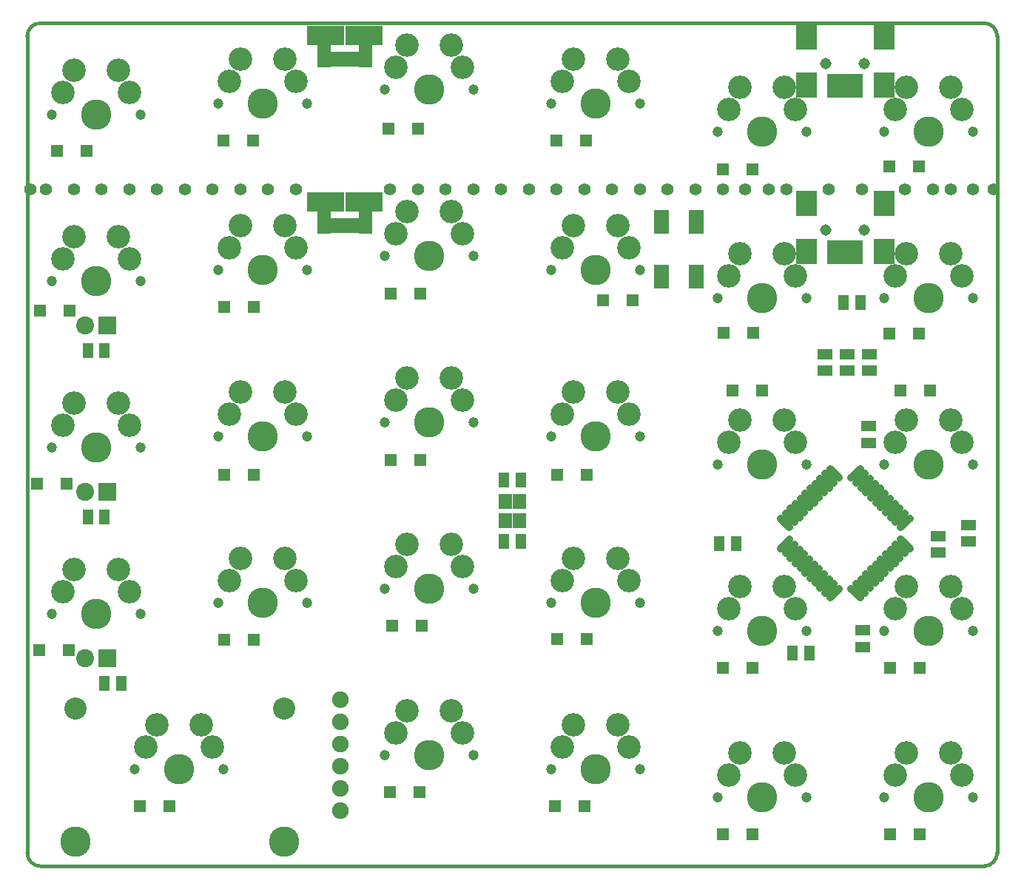
<source format=gbs>
G04 (created by PCBNEW (2013-02-13 BZR 3947)-testing) date 12/19/2013 8:38:14 AM*
%MOIN*%
G04 Gerber Fmt 3.4, Leading zero omitted, Abs format*
%FSLAX34Y34*%
G01*
G70*
G90*
G04 APERTURE LIST*
%ADD10C,0.006*%
%ADD11C,0.015*%
%ADD12C,0.081*%
%ADD13R,0.081X0.081*%
%ADD14C,0.1*%
%ADD15C,0.137*%
%ADD16C,0.032*%
%ADD17C,0.0750551*%
%ADD18R,0.0613X0.0711*%
%ADD19R,0.0711X0.1066*%
%ADD20R,0.071X0.051*%
%ADD21R,0.051X0.071*%
%ADD22C,0.106*%
%ADD23C,0.047*%
%ADD24C,0.0553701*%
%ADD25R,0.110488X0.0908031*%
%ADD26R,0.0632441X0.0986772*%
%ADD27R,0.0337165X0.0711181*%
%ADD28R,0.0632441X0.0908031*%
%ADD29R,0.0553701X0.0553701*%
%ADD30R,0.0947402X0.114425*%
%ADD31R,0.035685X0.106551*%
%ADD32C,0.0514331*%
G04 APERTURE END LIST*
G54D10*
G54D11*
X32900Y-58900D02*
X32900Y-22100D01*
X76000Y-59500D02*
X33500Y-59500D01*
X76600Y-22100D02*
X76600Y-58900D01*
X33500Y-21500D02*
X76000Y-21500D01*
X33500Y-21500D02*
G75*
G03X32900Y-22100I0J-600D01*
G74*
G01*
X76600Y-22100D02*
G75*
G03X76000Y-21500I-600J0D01*
G74*
G01*
X76000Y-59500D02*
G75*
G03X76600Y-58900I0J600D01*
G74*
G01*
X32900Y-58900D02*
G75*
G03X33500Y-59500I600J0D01*
G74*
G01*
G54D12*
X35500Y-50129D03*
G54D13*
X36500Y-50129D03*
G54D12*
X35500Y-42629D03*
G54D13*
X36500Y-42629D03*
G54D12*
X35500Y-35130D03*
G54D13*
X36500Y-35130D03*
G54D14*
X44459Y-52379D03*
X35059Y-52379D03*
G54D15*
X44459Y-58379D03*
X35059Y-58379D03*
G54D16*
X71133Y-45883D02*
X71548Y-46298D01*
X70910Y-46105D02*
X71326Y-46521D01*
X70687Y-46328D02*
X71103Y-46744D01*
X70464Y-46551D02*
X70880Y-46967D01*
X70242Y-46774D02*
X70657Y-47189D01*
X70019Y-46996D02*
X70435Y-47412D01*
X71355Y-45660D02*
X71771Y-46076D01*
X71578Y-45437D02*
X71994Y-45853D01*
X71801Y-45214D02*
X72217Y-45630D01*
X72024Y-44992D02*
X72439Y-45407D01*
X72246Y-44769D02*
X72662Y-45185D01*
X67951Y-42701D02*
X68366Y-43116D01*
X67728Y-42923D02*
X68144Y-43339D01*
X67505Y-43146D02*
X67921Y-43562D01*
X67282Y-43369D02*
X67698Y-43785D01*
X67060Y-43592D02*
X67475Y-44007D01*
X66837Y-43814D02*
X67253Y-44230D01*
X68173Y-42478D02*
X68589Y-42894D01*
X68396Y-42255D02*
X68812Y-42671D01*
X68619Y-42032D02*
X69035Y-42448D01*
X68842Y-41810D02*
X69257Y-42225D01*
X69064Y-41587D02*
X69480Y-42003D01*
X67951Y-46298D02*
X68366Y-45883D01*
X71133Y-43116D02*
X71548Y-42701D01*
X67728Y-46076D02*
X68144Y-45660D01*
X70910Y-42894D02*
X71326Y-42478D01*
X70687Y-42671D02*
X71103Y-42255D01*
X67505Y-45853D02*
X67921Y-45437D01*
X67282Y-45630D02*
X67698Y-45214D01*
X70464Y-42448D02*
X70880Y-42032D01*
X70242Y-42225D02*
X70657Y-41810D01*
X67060Y-45407D02*
X67475Y-44992D01*
X66837Y-45185D02*
X67253Y-44769D01*
X70019Y-42003D02*
X70435Y-41587D01*
X71355Y-43339D02*
X71771Y-42923D01*
X68173Y-46521D02*
X68589Y-46105D01*
X68396Y-46744D02*
X68812Y-46328D01*
X71578Y-43562D02*
X71994Y-43146D01*
X71801Y-43785D02*
X72217Y-43369D01*
X68619Y-46967D02*
X69035Y-46551D01*
X68842Y-47189D02*
X69257Y-46774D01*
X72024Y-44007D02*
X72439Y-43592D01*
X72246Y-44230D02*
X72662Y-43814D01*
X69064Y-47412D02*
X69480Y-46996D01*
G54D17*
X47000Y-56000D03*
X47000Y-57000D03*
X47000Y-55000D03*
X47000Y-53000D03*
X47000Y-54000D03*
X47000Y-52000D03*
G54D18*
X55065Y-43933D03*
X55065Y-43067D03*
X54435Y-43933D03*
X54435Y-43067D03*
G54D19*
X61462Y-30460D03*
X63037Y-32940D03*
X61463Y-32940D03*
X63037Y-30460D03*
G54D20*
X68850Y-36425D03*
X68850Y-37175D03*
X75300Y-44125D03*
X75300Y-44875D03*
G54D21*
X67375Y-49900D03*
X68125Y-49900D03*
G54D20*
X70850Y-37175D03*
X70850Y-36425D03*
X69850Y-37175D03*
X69850Y-36425D03*
X73950Y-44625D03*
X73950Y-45375D03*
X70550Y-49625D03*
X70550Y-48875D03*
X70800Y-40425D03*
X70800Y-39675D03*
G54D21*
X64825Y-44950D03*
X64075Y-44950D03*
X55125Y-42100D03*
X54375Y-42100D03*
X54375Y-44850D03*
X55125Y-44850D03*
X69675Y-34100D03*
X70425Y-34100D03*
G54D22*
X74500Y-54379D03*
X72000Y-55379D03*
G54D15*
X73500Y-56379D03*
G54D23*
X71500Y-56379D03*
X75500Y-56379D03*
G54D22*
X75000Y-55379D03*
X72500Y-54379D03*
X59500Y-53129D03*
X57000Y-54129D03*
G54D15*
X58500Y-55129D03*
G54D23*
X56500Y-55129D03*
X60500Y-55129D03*
G54D22*
X60000Y-54129D03*
X57500Y-53129D03*
X67000Y-54379D03*
X64500Y-55379D03*
G54D15*
X66000Y-56379D03*
G54D23*
X64000Y-56379D03*
X68000Y-56379D03*
G54D22*
X67500Y-55379D03*
X65000Y-54379D03*
X52000Y-52500D03*
X49500Y-53500D03*
G54D15*
X51000Y-54500D03*
G54D23*
X49000Y-54500D03*
X53000Y-54500D03*
G54D22*
X52500Y-53500D03*
X50000Y-52500D03*
X40750Y-53129D03*
X38250Y-54129D03*
G54D15*
X39750Y-55129D03*
G54D23*
X37750Y-55129D03*
X41750Y-55129D03*
G54D22*
X41250Y-54129D03*
X38750Y-53129D03*
X37000Y-23630D03*
X34500Y-24630D03*
G54D15*
X36000Y-25630D03*
G54D23*
X34000Y-25630D03*
X38000Y-25630D03*
G54D22*
X37500Y-24630D03*
X35000Y-23630D03*
X67000Y-39379D03*
X64500Y-40379D03*
G54D15*
X66000Y-41379D03*
G54D23*
X64000Y-41379D03*
X68000Y-41379D03*
G54D22*
X67500Y-40379D03*
X65000Y-39379D03*
X74500Y-39379D03*
X72000Y-40379D03*
G54D15*
X73500Y-41379D03*
G54D23*
X71500Y-41379D03*
X75500Y-41379D03*
G54D22*
X75000Y-40379D03*
X72500Y-39379D03*
X44500Y-23129D03*
X42000Y-24129D03*
G54D15*
X43500Y-25129D03*
G54D23*
X41500Y-25129D03*
X45500Y-25129D03*
G54D22*
X45000Y-24129D03*
X42500Y-23129D03*
X67000Y-24380D03*
X64500Y-25380D03*
G54D15*
X66000Y-26380D03*
G54D23*
X64000Y-26380D03*
X68000Y-26380D03*
G54D22*
X67500Y-25380D03*
X65000Y-24380D03*
X59500Y-23129D03*
X57000Y-24129D03*
G54D15*
X58500Y-25129D03*
G54D23*
X56500Y-25129D03*
X60500Y-25129D03*
G54D22*
X60000Y-24129D03*
X57500Y-23129D03*
X52000Y-22500D03*
X49500Y-23500D03*
G54D15*
X51000Y-24500D03*
G54D23*
X49000Y-24500D03*
X53000Y-24500D03*
G54D22*
X52500Y-23500D03*
X50000Y-22500D03*
X74500Y-24380D03*
X72000Y-25380D03*
G54D15*
X73500Y-26380D03*
G54D23*
X71500Y-26380D03*
X75500Y-26380D03*
G54D22*
X75000Y-25380D03*
X72500Y-24380D03*
X59500Y-38129D03*
X57000Y-39129D03*
G54D15*
X58500Y-40129D03*
G54D23*
X56500Y-40129D03*
X60500Y-40129D03*
G54D22*
X60000Y-39129D03*
X57500Y-38129D03*
X52000Y-37500D03*
X49500Y-38500D03*
G54D15*
X51000Y-39500D03*
G54D23*
X49000Y-39500D03*
X53000Y-39500D03*
G54D22*
X52500Y-38500D03*
X50000Y-37500D03*
X44500Y-38129D03*
X42000Y-39129D03*
G54D15*
X43500Y-40129D03*
G54D23*
X41500Y-40129D03*
X45500Y-40129D03*
G54D22*
X45000Y-39129D03*
X42500Y-38129D03*
X37000Y-38629D03*
X34500Y-39629D03*
G54D15*
X36000Y-40629D03*
G54D23*
X34000Y-40629D03*
X38000Y-40629D03*
G54D22*
X37500Y-39629D03*
X35000Y-38629D03*
X67000Y-46879D03*
X64500Y-47879D03*
G54D15*
X66000Y-48879D03*
G54D23*
X64000Y-48879D03*
X68000Y-48879D03*
G54D22*
X67500Y-47879D03*
X65000Y-46879D03*
X59500Y-45629D03*
X57000Y-46629D03*
G54D15*
X58500Y-47629D03*
G54D23*
X56500Y-47629D03*
X60500Y-47629D03*
G54D22*
X60000Y-46629D03*
X57500Y-45629D03*
X52000Y-45000D03*
X49500Y-46000D03*
G54D15*
X51000Y-47000D03*
G54D23*
X49000Y-47000D03*
X53000Y-47000D03*
G54D22*
X52500Y-46000D03*
X50000Y-45000D03*
X44500Y-45629D03*
X42000Y-46629D03*
G54D15*
X43500Y-47629D03*
G54D23*
X41500Y-47629D03*
X45500Y-47629D03*
G54D22*
X45000Y-46629D03*
X42500Y-45629D03*
X37000Y-46129D03*
X34500Y-47129D03*
G54D15*
X36000Y-48129D03*
G54D23*
X34000Y-48129D03*
X38000Y-48129D03*
G54D22*
X37500Y-47129D03*
X35000Y-46129D03*
X74500Y-46879D03*
X72000Y-47879D03*
G54D15*
X73500Y-48879D03*
G54D23*
X71500Y-48879D03*
X75500Y-48879D03*
G54D22*
X75000Y-47879D03*
X72500Y-46879D03*
X37000Y-31129D03*
X34500Y-32129D03*
G54D15*
X36000Y-33129D03*
G54D23*
X34000Y-33129D03*
X38000Y-33129D03*
G54D22*
X37500Y-32129D03*
X35000Y-31129D03*
X67000Y-31879D03*
X64500Y-32879D03*
G54D15*
X66000Y-33879D03*
G54D23*
X64000Y-33879D03*
X68000Y-33879D03*
G54D22*
X67500Y-32879D03*
X65000Y-31879D03*
X52000Y-30000D03*
X49500Y-31000D03*
G54D15*
X51000Y-32000D03*
G54D23*
X49000Y-32000D03*
X53000Y-32000D03*
G54D22*
X52500Y-31000D03*
X50000Y-30000D03*
X44500Y-30629D03*
X42000Y-31629D03*
G54D15*
X43500Y-32629D03*
G54D23*
X41500Y-32629D03*
X45500Y-32629D03*
G54D22*
X45000Y-31629D03*
X42500Y-30629D03*
X59500Y-30629D03*
X57000Y-31629D03*
G54D15*
X58500Y-32629D03*
G54D23*
X56500Y-32629D03*
X60500Y-32629D03*
G54D22*
X60000Y-31629D03*
X57500Y-30629D03*
X74500Y-31879D03*
X72000Y-32879D03*
G54D15*
X73500Y-33879D03*
G54D23*
X71500Y-33879D03*
X75500Y-33879D03*
G54D22*
X75000Y-32879D03*
X72500Y-31879D03*
G54D24*
X75500Y-29000D03*
X45000Y-29000D03*
X50500Y-29000D03*
X53000Y-29000D03*
X55500Y-29000D03*
X58000Y-29000D03*
X60500Y-29000D03*
X63000Y-29000D03*
X65250Y-29000D03*
X67100Y-29000D03*
X70500Y-29000D03*
X73700Y-29000D03*
X76450Y-29000D03*
X49250Y-29000D03*
X51750Y-29000D03*
X54250Y-29000D03*
X56750Y-29000D03*
X59250Y-29000D03*
X61750Y-29000D03*
X64250Y-29000D03*
X66300Y-29000D03*
X69000Y-29000D03*
X72450Y-29000D03*
X74500Y-29000D03*
X43750Y-29000D03*
X42500Y-29000D03*
X41250Y-29000D03*
X40000Y-29000D03*
X38750Y-29000D03*
X37500Y-29000D03*
X36250Y-29000D03*
X35000Y-29000D03*
X33750Y-29000D03*
X33050Y-29000D03*
G54D21*
X36375Y-36250D03*
X35625Y-36250D03*
X36375Y-43750D03*
X35625Y-43750D03*
X37125Y-51250D03*
X36375Y-51250D03*
G54D25*
X48361Y-22074D03*
X46038Y-22074D03*
G54D26*
X46274Y-22979D03*
X48125Y-22979D03*
G54D27*
X47200Y-23117D03*
X46944Y-23117D03*
X46688Y-23117D03*
X47455Y-23117D03*
X47711Y-23117D03*
G54D28*
X46865Y-22074D03*
X47534Y-22074D03*
G54D25*
X48361Y-29574D03*
X46038Y-29574D03*
G54D26*
X46274Y-30479D03*
X48125Y-30479D03*
G54D27*
X47200Y-30617D03*
X46944Y-30617D03*
X46688Y-30617D03*
X47455Y-30617D03*
X47711Y-30617D03*
G54D28*
X46865Y-29574D03*
X47534Y-29574D03*
G54D29*
X34230Y-27250D03*
X35569Y-27250D03*
X72230Y-38050D03*
X73569Y-38050D03*
X64680Y-38050D03*
X66019Y-38050D03*
X41730Y-26800D03*
X43069Y-26800D03*
X49180Y-26250D03*
X50519Y-26250D03*
X56730Y-26800D03*
X58069Y-26800D03*
X64230Y-28100D03*
X65569Y-28100D03*
X71730Y-27950D03*
X73069Y-27950D03*
X37980Y-56800D03*
X39319Y-56800D03*
X49230Y-56150D03*
X50569Y-56150D03*
X56680Y-56800D03*
X58019Y-56800D03*
X64230Y-58050D03*
X65569Y-58050D03*
X71780Y-58050D03*
X73119Y-58050D03*
X34669Y-42250D03*
X33330Y-42250D03*
X41780Y-41850D03*
X43119Y-41850D03*
X49280Y-41200D03*
X50619Y-41200D03*
X56780Y-41850D03*
X58119Y-41850D03*
X34769Y-49750D03*
X33430Y-49750D03*
X41780Y-49300D03*
X43119Y-49300D03*
X49330Y-48650D03*
X50669Y-48650D03*
X56780Y-49250D03*
X58119Y-49250D03*
X64230Y-50550D03*
X65569Y-50550D03*
X71780Y-50550D03*
X73119Y-50550D03*
X34819Y-34450D03*
X33480Y-34450D03*
X41780Y-34300D03*
X43119Y-34300D03*
X49280Y-33700D03*
X50619Y-33700D03*
X60169Y-34000D03*
X58830Y-34000D03*
X64280Y-35450D03*
X65619Y-35450D03*
X71730Y-35500D03*
X73069Y-35500D03*
G54D30*
X71501Y-22135D03*
X67998Y-22135D03*
X67998Y-24301D03*
X71501Y-24301D03*
G54D31*
X69750Y-24340D03*
X69435Y-24340D03*
X69120Y-24340D03*
X70064Y-24340D03*
X70379Y-24340D03*
G54D32*
X68883Y-23316D03*
X70616Y-23316D03*
G54D30*
X71501Y-29635D03*
X67998Y-29635D03*
X67998Y-31801D03*
X71501Y-31801D03*
G54D31*
X69750Y-31840D03*
X69435Y-31840D03*
X69120Y-31840D03*
X70064Y-31840D03*
X70379Y-31840D03*
G54D32*
X68883Y-30816D03*
X70616Y-30816D03*
M02*

</source>
